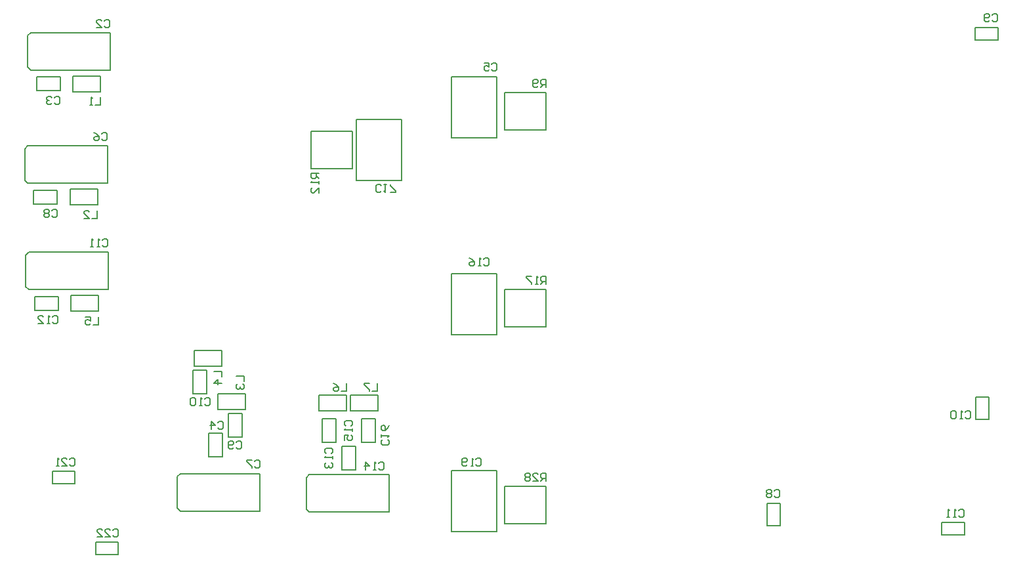
<source format=gbo>
%FSAX44Y44*%
%MOMM*%
G71*
G01*
G75*
G04 Layer_Color=32896*
%ADD10R,2.0000X2.0000*%
%ADD11R,0.9652X0.8128*%
%ADD12R,9.8000X10.7000*%
%ADD13R,4.1000X1.1000*%
%ADD14R,0.2500X0.6000*%
%ADD15R,0.6000X0.2500*%
%ADD16R,3.1000X3.1000*%
%ADD17R,0.8000X0.8000*%
%ADD18O,0.2500X0.7000*%
%ADD19O,0.7000X0.2500*%
%ADD20R,1.5000X1.5000*%
%ADD21R,1.5000X0.2500*%
%ADD22R,0.8128X0.9652*%
%ADD23R,0.8128X0.9652*%
%ADD24R,4.0000X2.3000*%
%ADD25R,3.5560X0.6350*%
%ADD26R,2.7940X0.6350*%
%ADD27R,10.1600X10.1600*%
%ADD28R,2.8000X2.0000*%
%ADD29C,0.2032*%
%ADD30C,1.2700*%
%ADD31C,0.5080*%
%ADD32C,0.2540*%
%ADD33R,0.9652X0.8128*%
%ADD34R,2.6000X2.6000*%
%ADD35O,0.2000X0.8000*%
%ADD36O,0.8000X0.2000*%
%ADD37R,3.0000X3.0000*%
%ADD38O,2.5000X0.7000*%
%ADD39O,0.9500X0.9652*%
%ADD40C,1.7526*%
%ADD41C,0.9500*%
%ADD42C,1.5000*%
%ADD43R,1.5000X1.5000*%
%ADD44C,1.2954*%
%ADD45C,1.9050*%
%ADD46C,1.5000*%
%ADD47C,2.6500*%
%ADD48R,1.5000X1.5000*%
%ADD49C,2.9500*%
%ADD50C,0.7500*%
%ADD51C,0.8890*%
%ADD52C,1.0160*%
%ADD53R,1.6510X1.6510*%
%ADD54R,3.0480X3.0480*%
%ADD55C,1.3128*%
%ADD56C,1.9128*%
%ADD57C,1.7128*%
%ADD58C,1.4732*%
%ADD59C,2.0320*%
%ADD60C,1.7128*%
%ADD61C,2.4128*%
%ADD62C,4.0628*%
G04:AMPARAMS|DCode=63|XSize=2.678mm|YSize=2.678mm|CornerRadius=0mm|HoleSize=0mm|Usage=FLASHONLY|Rotation=0.000|XOffset=0mm|YOffset=0mm|HoleType=Round|Shape=Relief|Width=0.381mm|Gap=0.381mm|Entries=4|*
%AMTHD63*
7,0,0,2.6780,1.9160,0.3810,45*
%
%ADD63THD63*%
%ADD64C,1.1128*%
G04:AMPARAMS|DCode=65|XSize=2.1082mm|YSize=2.1082mm|CornerRadius=0mm|HoleSize=0mm|Usage=FLASHONLY|Rotation=0.000|XOffset=0mm|YOffset=0mm|HoleType=Round|Shape=Relief|Width=0.381mm|Gap=0.381mm|Entries=4|*
%AMTHD65*
7,0,0,2.1082,1.3462,0.3810,45*
%
%ADD65THD65*%
%ADD66C,1.1430*%
G04:AMPARAMS|DCode=67|XSize=2.878mm|YSize=2.878mm|CornerRadius=0mm|HoleSize=0mm|Usage=FLASHONLY|Rotation=0.000|XOffset=0mm|YOffset=0mm|HoleType=Round|Shape=Relief|Width=0.381mm|Gap=0.381mm|Entries=4|*
%AMTHD67*
7,0,0,2.8780,2.1160,0.3810,45*
%
%ADD67THD67*%
G04:AMPARAMS|DCode=68|XSize=2.278mm|YSize=2.278mm|CornerRadius=0mm|HoleSize=0mm|Usage=FLASHONLY|Rotation=0.000|XOffset=0mm|YOffset=0mm|HoleType=Round|Shape=Relief|Width=0.381mm|Gap=0.381mm|Entries=4|*
%AMTHD68*
7,0,0,2.2780,1.5160,0.3810,45*
%
%ADD68THD68*%
G04:AMPARAMS|DCode=69|XSize=2.4384mm|YSize=2.4384mm|CornerRadius=0mm|HoleSize=0mm|Usage=FLASHONLY|Rotation=0.000|XOffset=0mm|YOffset=0mm|HoleType=Round|Shape=Relief|Width=0.381mm|Gap=0.381mm|Entries=4|*
%AMTHD69*
7,0,0,2.4384,1.6764,0.3810,45*
%
%ADD69THD69*%
G04:AMPARAMS|DCode=70|XSize=2.9972mm|YSize=2.9972mm|CornerRadius=0mm|HoleSize=0mm|Usage=FLASHONLY|Rotation=0.000|XOffset=0mm|YOffset=0mm|HoleType=Round|Shape=Relief|Width=0.381mm|Gap=0.381mm|Entries=4|*
%AMTHD70*
7,0,0,2.9972,2.2352,0.3810,45*
%
%ADD70THD70*%
%ADD71R,2.3000X4.0000*%
%ADD72R,0.8128X1.2700*%
%ADD73R,5.1000X1.5000*%
%ADD74R,4.5000X1.0000*%
%ADD75C,0.2500*%
%ADD76C,0.2000*%
%ADD77C,0.1270*%
%ADD78C,0.1524*%
%ADD79R,9.0000X10.9000*%
%ADD80R,0.4000X3.3000*%
%ADD81R,3.3000X0.4000*%
%ADD82R,3.3000X0.3500*%
%ADD83R,0.3500X3.3000*%
%ADD84R,1.0000X0.2000*%
%ADD85R,0.2000X1.0000*%
%ADD86R,1.7000X0.1750*%
%ADD87R,0.1750X1.7000*%
%ADD88R,1.7000X0.1500*%
%ADD89R,0.1500X1.7000*%
%ADD90R,2.8000X0.6000*%
%ADD91R,0.6000X2.8000*%
%ADD92R,2.8000X0.4000*%
%ADD93R,0.4000X2.8000*%
%ADD94R,0.4000X3.2000*%
%ADD95R,3.2000X0.4000*%
%ADD96R,3.2000X0.3000*%
%ADD97R,0.3000X3.2000*%
%ADD98R,2.1500X2.1500*%
%ADD99R,1.1152X0.9628*%
%ADD100R,4.2500X1.2500*%
%ADD101R,0.4000X0.7500*%
%ADD102R,0.7500X0.4000*%
%ADD103O,0.4000X0.8500*%
%ADD104O,0.8500X0.4000*%
%ADD105R,1.6500X0.4000*%
%ADD106R,0.9628X1.1152*%
%ADD107R,0.9628X1.1152*%
%ADD108R,4.1500X2.4500*%
%ADD109R,3.7060X0.7850*%
%ADD110R,2.9440X0.7850*%
%ADD111R,10.3100X10.3100*%
%ADD112R,2.9500X2.1500*%
%ADD113R,1.1152X0.9628*%
%ADD114O,0.3500X0.9500*%
%ADD115O,0.9500X0.3500*%
%ADD116O,2.6500X0.8500*%
%ADD117O,1.1000X1.1152*%
%ADD118C,1.9026*%
%ADD119C,1.1000*%
%ADD120R,1.6500X1.6500*%
%ADD121C,1.6500*%
%ADD122R,1.6500X1.6500*%
%ADD123C,1.4454*%
%ADD124C,2.0550*%
%ADD125C,1.6500*%
%ADD126C,2.8000*%
%ADD127R,1.6500X1.6500*%
%ADD128C,3.1000*%
%ADD129C,1.0390*%
%ADD130R,2.4500X4.1500*%
%ADD131R,0.9628X1.4200*%
%ADD132R,5.2500X1.6500*%
%ADD133R,4.6500X1.1500*%
D77*
X00480060Y00932180D02*
Y00980440D01*
X00377190Y00932180D02*
X00480060D01*
X00377190Y00980440D02*
X00480060D01*
X00373380Y00935990D02*
Y00976630D01*
Y00935990D02*
X00377190Y00932180D01*
X00373380Y00976630D02*
X00377190Y00980440D01*
X00369570Y00830580D02*
X00373380Y00834390D01*
X00369570Y00789940D02*
X00373380Y00786130D01*
X00369570Y00789940D02*
Y00830580D01*
X00373380Y00834390D02*
X00476250D01*
X00373380Y00786130D02*
X00476250D01*
Y00834390D01*
X00370840Y00693420D02*
X00374650Y00697230D01*
X00370840Y00652780D02*
X00374650Y00648970D01*
X00370840Y00652780D02*
Y00693420D01*
X00374650Y00697230D02*
X00477520D01*
X00374650Y00648970D02*
X00477520D01*
Y00697230D01*
X00566420Y00407670D02*
X00570230Y00411480D01*
X00566420Y00367030D02*
X00570230Y00363220D01*
X00566420Y00367030D02*
Y00407670D01*
X00570230Y00411480D02*
X00673100D01*
X00570230Y00363220D02*
X00673100D01*
Y00411480D01*
X00839470Y00361950D02*
Y00410210D01*
X00736600Y00361950D02*
X00839470D01*
X00736600Y00410210D02*
X00839470D01*
X00732790Y00365760D02*
Y00406400D01*
Y00365760D02*
X00736600Y00361950D01*
X00732790Y00406400D02*
X00736600Y00410210D01*
X00472527Y00995762D02*
X00474220Y00997455D01*
X00477605D01*
X00479298Y00995762D01*
Y00988991D01*
X00477605Y00987298D01*
X00474220D01*
X00472527Y00988991D01*
X00462370Y00987298D02*
X00469141D01*
X00462370Y00994069D01*
Y00995762D01*
X00464063Y00997455D01*
X00467449D01*
X00469141Y00995762D01*
X00408011Y00896702D02*
X00409704Y00898395D01*
X00413089D01*
X00414782Y00896702D01*
Y00889931D01*
X00413089Y00888238D01*
X00409704D01*
X00408011Y00889931D01*
X00404625Y00896702D02*
X00402933Y00898395D01*
X00399547D01*
X00397854Y00896702D01*
Y00895009D01*
X00399547Y00893316D01*
X00401240D01*
X00399547D01*
X00397854Y00891624D01*
Y00889931D01*
X00399547Y00888238D01*
X00402933D01*
X00404625Y00889931D01*
X00618577Y00477094D02*
X00620270Y00478787D01*
X00623655D01*
X00625348Y00477094D01*
Y00470323D01*
X00623655Y00468630D01*
X00620270D01*
X00618577Y00470323D01*
X00610113Y00468630D02*
Y00478787D01*
X00615191Y00473708D01*
X00608420D01*
X00468717Y00849712D02*
X00470410Y00851405D01*
X00473795D01*
X00475488Y00849712D01*
Y00842941D01*
X00473795Y00841248D01*
X00470410D01*
X00468717Y00842941D01*
X00458560Y00851405D02*
X00461946Y00849712D01*
X00465331Y00846326D01*
Y00842941D01*
X00463638Y00841248D01*
X00460253D01*
X00458560Y00842941D01*
Y00844634D01*
X00460253Y00846326D01*
X00465331D01*
X00665821Y00427056D02*
X00667514Y00428749D01*
X00670899D01*
X00672592Y00427056D01*
Y00420285D01*
X00670899Y00418592D01*
X00667514D01*
X00665821Y00420285D01*
X00662435Y00428749D02*
X00655664D01*
Y00427056D01*
X00662435Y00420285D01*
Y00418592D01*
X00404201Y00750652D02*
X00405894Y00752345D01*
X00409279D01*
X00410972Y00750652D01*
Y00743881D01*
X00409279Y00742188D01*
X00405894D01*
X00404201Y00743881D01*
X00400815Y00750652D02*
X00399123Y00752345D01*
X00395737D01*
X00394044Y00750652D01*
Y00748959D01*
X00395737Y00747266D01*
X00394044Y00745574D01*
Y00743881D01*
X00395737Y00742188D01*
X00399123D01*
X00400815Y00743881D01*
Y00745574D01*
X00399123Y00747266D01*
X00400815Y00748959D01*
Y00750652D01*
X00399123Y00747266D02*
X00395737D01*
X00642199Y00451694D02*
X00643892Y00453387D01*
X00647277D01*
X00648970Y00451694D01*
Y00444923D01*
X00647277Y00443230D01*
X00643892D01*
X00642199Y00444923D01*
X00638813D02*
X00637121Y00443230D01*
X00633735D01*
X00632042Y00444923D01*
Y00451694D01*
X00633735Y00453387D01*
X00637121D01*
X00638813Y00451694D01*
Y00450001D01*
X00637121Y00448308D01*
X00632042D01*
X00601559Y00507574D02*
X00603252Y00509267D01*
X00606637D01*
X00608330Y00507574D01*
Y00500803D01*
X00606637Y00499110D01*
X00603252D01*
X00601559Y00500803D01*
X00598173Y00499110D02*
X00594788D01*
X00596480D01*
Y00509267D01*
X00598173Y00507574D01*
X00589709D02*
X00588017Y00509267D01*
X00584631D01*
X00582938Y00507574D01*
Y00500803D01*
X00584631Y00499110D01*
X00588017D01*
X00589709Y00500803D01*
Y00507574D01*
X00469987Y00712552D02*
X00471680Y00714245D01*
X00475065D01*
X00476758Y00712552D01*
Y00705781D01*
X00475065Y00704088D01*
X00471680D01*
X00469987Y00705781D01*
X00466601Y00704088D02*
X00463216D01*
X00464908D01*
Y00714245D01*
X00466601Y00712552D01*
X00458137Y00704088D02*
X00454752D01*
X00456445D01*
Y00714245D01*
X00458137Y00712552D01*
X00405471Y00613492D02*
X00407164Y00615185D01*
X00410549D01*
X00412242Y00613492D01*
Y00606721D01*
X00410549Y00605028D01*
X00407164D01*
X00405471Y00606721D01*
X00402085Y00605028D02*
X00398700D01*
X00400392D01*
Y00615185D01*
X00402085Y00613492D01*
X00386850Y00605028D02*
X00393621D01*
X00386850Y00611799D01*
Y00613492D01*
X00388543Y00615185D01*
X00391929D01*
X00393621Y00613492D01*
X00758616Y00437729D02*
X00756923Y00439422D01*
Y00442807D01*
X00758616Y00444500D01*
X00765387D01*
X00767080Y00442807D01*
Y00439422D01*
X00765387Y00437729D01*
X00767080Y00434343D02*
Y00430958D01*
Y00432650D01*
X00756923D01*
X00758616Y00434343D01*
Y00425879D02*
X00756923Y00424187D01*
Y00420801D01*
X00758616Y00419108D01*
X00760309D01*
X00762002Y00420801D01*
Y00422494D01*
Y00420801D01*
X00763694Y00419108D01*
X00765387D01*
X00767080Y00420801D01*
Y00424187D01*
X00765387Y00425879D01*
X00826349Y00425024D02*
X00828042Y00426717D01*
X00831427D01*
X00833120Y00425024D01*
Y00418253D01*
X00831427Y00416560D01*
X00828042D01*
X00826349Y00418253D01*
X00822963Y00416560D02*
X00819578D01*
X00821271D01*
Y00426717D01*
X00822963Y00425024D01*
X00809421Y00416560D02*
Y00426717D01*
X00814499Y00421638D01*
X00807728D01*
X00784016Y00473289D02*
X00782323Y00474982D01*
Y00478367D01*
X00784016Y00480060D01*
X00790787D01*
X00792480Y00478367D01*
Y00474982D01*
X00790787Y00473289D01*
X00792480Y00469903D02*
Y00466518D01*
Y00468210D01*
X00782323D01*
X00784016Y00469903D01*
X00782323Y00454668D02*
Y00461439D01*
X00787402D01*
X00785709Y00458054D01*
Y00456361D01*
X00787402Y00454668D01*
X00790787D01*
X00792480Y00456361D01*
Y00459747D01*
X00790787Y00461439D01*
X00837774Y00455081D02*
X00839467Y00453388D01*
Y00450003D01*
X00837774Y00448310D01*
X00831003D01*
X00829310Y00450003D01*
Y00453388D01*
X00831003Y00455081D01*
X00829310Y00458467D02*
Y00461852D01*
Y00460159D01*
X00839467D01*
X00837774Y00458467D01*
X00839467Y00473702D02*
X00837774Y00470316D01*
X00834388Y00466931D01*
X00831003D01*
X00829310Y00468623D01*
Y00472009D01*
X00831003Y00473702D01*
X00832696D01*
X00834388Y00472009D01*
Y00466931D01*
X00829731Y00776396D02*
X00828038Y00774703D01*
X00824653D01*
X00822960Y00776396D01*
Y00783167D01*
X00824653Y00784860D01*
X00828038D01*
X00829731Y00783167D01*
X00833117Y00784860D02*
X00836502D01*
X00834809D01*
Y00774703D01*
X00833117Y00776396D01*
X00841581Y00774703D02*
X00848352D01*
Y00776396D01*
X00841581Y00783167D01*
Y00784860D01*
X00427061Y00430104D02*
X00428754Y00431797D01*
X00432139D01*
X00433832Y00430104D01*
Y00423333D01*
X00432139Y00421640D01*
X00428754D01*
X00427061Y00423333D01*
X00416904Y00421640D02*
X00423675D01*
X00416904Y00428411D01*
Y00430104D01*
X00418597Y00431797D01*
X00421982D01*
X00423675Y00430104D01*
X00413519Y00421640D02*
X00410133D01*
X00411826D01*
Y00431797D01*
X00413519Y00430104D01*
X00482941Y00338664D02*
X00484634Y00340357D01*
X00488019D01*
X00489712Y00338664D01*
Y00331893D01*
X00488019Y00330200D01*
X00484634D01*
X00482941Y00331893D01*
X00472784Y00330200D02*
X00479555D01*
X00472784Y00336971D01*
Y00338664D01*
X00474477Y00340357D01*
X00477863D01*
X00479555Y00338664D01*
X00462627Y00330200D02*
X00469399D01*
X00462627Y00336971D01*
Y00338664D01*
X00464320Y00340357D01*
X00467706D01*
X00469399Y00338664D01*
X00466852Y00897125D02*
Y00886968D01*
X00460081D01*
X00456695D02*
X00453310D01*
X00455003D01*
Y00897125D01*
X00456695Y00895432D01*
X00463042Y00751075D02*
Y00740918D01*
X00456271D01*
X00446114D02*
X00452885D01*
X00446114Y00747689D01*
Y00749382D01*
X00447807Y00751075D01*
X00451193D01*
X00452885Y00749382D01*
X00642623Y00537210D02*
X00652780D01*
Y00530439D01*
X00644316Y00527053D02*
X00642623Y00525360D01*
Y00521975D01*
X00644316Y00520282D01*
X00646009D01*
X00647702Y00521975D01*
Y00523668D01*
Y00521975D01*
X00649394Y00520282D01*
X00651087D01*
X00652780Y00521975D01*
Y00525360D01*
X00651087Y00527053D01*
X00613413Y00543560D02*
X00623570D01*
Y00536789D01*
Y00528325D02*
X00613413D01*
X00618492Y00533403D01*
Y00526632D01*
X00464312Y00613915D02*
Y00603758D01*
X00457541D01*
X00447384Y00613915D02*
X00454155D01*
Y00608836D01*
X00450770Y00610529D01*
X00449077D01*
X00447384Y00608836D01*
Y00605451D01*
X00449077Y00603758D01*
X00452463D01*
X00454155Y00605451D01*
X00784860Y00528317D02*
Y00518160D01*
X00778089D01*
X00767932Y00528317D02*
X00771318Y00526624D01*
X00774703Y00523238D01*
Y00519853D01*
X00773010Y00518160D01*
X00769625D01*
X00767932Y00519853D01*
Y00521546D01*
X00769625Y00523238D01*
X00774703D01*
X00824230Y00528317D02*
Y00518160D01*
X00817459D01*
X00814073Y00528317D02*
X00807302D01*
Y00526624D01*
X00814073Y00519853D01*
Y00518160D01*
X00749300Y00798830D02*
X00739143D01*
Y00793752D01*
X00740836Y00792059D01*
X00744222D01*
X00745914Y00793752D01*
Y00798830D01*
Y00795444D02*
X00749300Y00792059D01*
Y00788673D02*
Y00785288D01*
Y00786981D01*
X00739143D01*
X00740836Y00788673D01*
X00749300Y00773438D02*
Y00780209D01*
X00742529Y00773438D01*
X00740836D01*
X00739143Y00775131D01*
Y00778517D01*
X00740836Y00780209D01*
X01574821Y00364064D02*
X01576514Y00365757D01*
X01579899D01*
X01581592Y00364064D01*
Y00357293D01*
X01579899Y00355600D01*
X01576514D01*
X01574821Y00357293D01*
X01571435Y00355600D02*
X01568050D01*
X01569742D01*
Y00365757D01*
X01571435Y00364064D01*
X01562971Y00355600D02*
X01559586D01*
X01561279D01*
Y00365757D01*
X01562971Y00364064D01*
X01582949Y00491064D02*
X01584642Y00492757D01*
X01588027D01*
X01589720Y00491064D01*
Y00484293D01*
X01588027Y00482600D01*
X01584642D01*
X01582949Y00484293D01*
X01579563Y00482600D02*
X01576178D01*
X01577870D01*
Y00492757D01*
X01579563Y00491064D01*
X01571099D02*
X01569407Y00492757D01*
X01566021D01*
X01564328Y00491064D01*
Y00484293D01*
X01566021Y00482600D01*
X01569407D01*
X01571099Y00484293D01*
Y00491064D01*
X01618001Y01002874D02*
X01619694Y01004567D01*
X01623079D01*
X01624772Y01002874D01*
Y00996103D01*
X01623079Y00994410D01*
X01619694D01*
X01618001Y00996103D01*
X01614615D02*
X01612923Y00994410D01*
X01609537D01*
X01607844Y00996103D01*
Y01002874D01*
X01609537Y01004567D01*
X01612923D01*
X01614615Y01002874D01*
Y01001181D01*
X01612923Y00999488D01*
X01607844D01*
X01336569Y00388956D02*
X01338262Y00390649D01*
X01341647D01*
X01343340Y00388956D01*
Y00382185D01*
X01341647Y00380492D01*
X01338262D01*
X01336569Y00382185D01*
X01333183Y00388956D02*
X01331490Y00390649D01*
X01328105D01*
X01326412Y00388956D01*
Y00387263D01*
X01328105Y00385570D01*
X01326412Y00383878D01*
Y00382185D01*
X01328105Y00380492D01*
X01331490D01*
X01333183Y00382185D01*
Y00383878D01*
X01331490Y00385570D01*
X01333183Y00387263D01*
Y00388956D01*
X01331490Y00385570D02*
X01328105D01*
X00972079Y00939374D02*
X00973772Y00941067D01*
X00977157D01*
X00978850Y00939374D01*
Y00932603D01*
X00977157Y00930910D01*
X00973772D01*
X00972079Y00932603D01*
X00961922Y00941067D02*
X00968693D01*
Y00935988D01*
X00965308Y00937681D01*
X00963615D01*
X00961922Y00935988D01*
Y00932603D01*
X00963615Y00930910D01*
X00967001D01*
X00968693Y00932603D01*
X00961157Y00687914D02*
X00962850Y00689607D01*
X00966235D01*
X00967928Y00687914D01*
Y00681143D01*
X00966235Y00679450D01*
X00962850D01*
X00961157Y00681143D01*
X00957771Y00679450D02*
X00954386D01*
X00956078D01*
Y00689607D01*
X00957771Y00687914D01*
X00942536Y00689607D02*
X00945922Y00687914D01*
X00949307Y00684528D01*
Y00681143D01*
X00947615Y00679450D01*
X00944229D01*
X00942536Y00681143D01*
Y00682836D01*
X00944229Y00684528D01*
X00949307D01*
X00951759Y00430104D02*
X00953452Y00431797D01*
X00956837D01*
X00958530Y00430104D01*
Y00423333D01*
X00956837Y00421640D01*
X00953452D01*
X00951759Y00423333D01*
X00948373Y00421640D02*
X00944988D01*
X00946681D01*
Y00431797D01*
X00948373Y00430104D01*
X00939909Y00423333D02*
X00938217Y00421640D01*
X00934831D01*
X00933138Y00423333D01*
Y00430104D01*
X00934831Y00431797D01*
X00938217D01*
X00939909Y00430104D01*
Y00428411D01*
X00938217Y00426718D01*
X00933138D01*
X01041842Y00910082D02*
Y00920239D01*
X01036764D01*
X01035071Y00918546D01*
Y00915160D01*
X01036764Y00913468D01*
X01041842D01*
X01038456D02*
X01035071Y00910082D01*
X01031685Y00911775D02*
X01029993Y00910082D01*
X01026607D01*
X01024914Y00911775D01*
Y00918546D01*
X01026607Y00920239D01*
X01029993D01*
X01031685Y00918546D01*
Y00916853D01*
X01029993Y00915160D01*
X01024914D01*
X01041842Y00656082D02*
Y00666239D01*
X01036764D01*
X01035071Y00664546D01*
Y00661160D01*
X01036764Y00659468D01*
X01041842D01*
X01038456D02*
X01035071Y00656082D01*
X01031685D02*
X01028300D01*
X01029993D01*
Y00666239D01*
X01031685Y00664546D01*
X01023221Y00666239D02*
X01016450D01*
Y00664546D01*
X01023221Y00657775D01*
Y00656082D01*
X01041842Y00402082D02*
Y00412239D01*
X01036764D01*
X01035071Y00410546D01*
Y00407160D01*
X01036764Y00405468D01*
X01041842D01*
X01038456D02*
X01035071Y00402082D01*
X01024914D02*
X01031685D01*
X01024914Y00408853D01*
Y00410546D01*
X01026607Y00412239D01*
X01029993D01*
X01031685Y00410546D01*
X01021529D02*
X01019836Y00412239D01*
X01016450D01*
X01014757Y00410546D01*
Y00408853D01*
X01016450Y00407160D01*
X01014757Y00405468D01*
Y00403775D01*
X01016450Y00402082D01*
X01019836D01*
X01021529Y00403775D01*
Y00405468D01*
X01019836Y00407160D01*
X01021529Y00408853D01*
Y00410546D01*
X01019836Y00407160D02*
X01016450D01*
D78*
X00467360Y00904240D02*
Y00924560D01*
X00431800D02*
X00467360D01*
X00431800Y00904240D02*
Y00924560D01*
Y00904240D02*
X00467360D01*
X00384810Y00905510D02*
X00415290D01*
X00384810D02*
Y00923290D01*
X00415290D01*
Y00905510D02*
Y00923290D01*
X00632460Y00458470D02*
Y00488950D01*
X00650240D01*
Y00458470D02*
Y00488950D01*
X00632460Y00458470D02*
X00650240D01*
X00607060Y00433070D02*
Y00463550D01*
X00624840D01*
Y00433070D02*
Y00463550D01*
X00607060Y00433070D02*
X00624840D01*
X00618490Y00514350D02*
X00654050D01*
Y00494030D02*
Y00514350D01*
X00618490Y00494030D02*
X00654050D01*
X00618490D02*
Y00514350D01*
X00588010Y00549910D02*
X00623570D01*
X00588010D02*
Y00570230D01*
X00623570D01*
Y00549910D02*
Y00570230D01*
X00797560Y00868680D02*
X00855980D01*
X00797560Y00789940D02*
Y00868680D01*
Y00789940D02*
X00855980D01*
Y00868680D01*
X00739140Y00853440D02*
X00792480D01*
X00739140Y00805180D02*
Y00853440D01*
Y00805180D02*
X00792480D01*
Y00853440D01*
X00429260Y00621030D02*
X00464820D01*
X00429260D02*
Y00641350D01*
X00464820D01*
Y00621030D02*
Y00641350D01*
X00382270Y00622300D02*
X00412750D01*
X00382270D02*
Y00640080D01*
X00412750D01*
Y00622300D02*
Y00640080D01*
X00427990Y00758190D02*
X00463550D01*
X00427990D02*
Y00778510D01*
X00463550D01*
Y00758190D02*
Y00778510D01*
X00381000Y00759460D02*
X00411480D01*
X00381000D02*
Y00777240D01*
X00411480D01*
Y00759460D02*
Y00777240D01*
X00586740Y00514350D02*
Y00544830D01*
X00604520D01*
Y00514350D02*
Y00544830D01*
X00586740Y00514350D02*
X00604520D01*
X00753110Y00452120D02*
X00770890D01*
Y00482600D01*
X00753110D02*
X00770890D01*
X00753110Y00452120D02*
Y00482600D01*
X00803910Y00452120D02*
X00821690D01*
Y00482600D01*
X00803910D02*
X00821690D01*
X00803910Y00452120D02*
Y00482600D01*
X00778510Y00416560D02*
X00796290D01*
Y00447040D01*
X00778510D02*
X00796290D01*
X00778510Y00416560D02*
Y00447040D01*
X00789940Y00492760D02*
Y00513080D01*
Y00492760D02*
X00825500D01*
Y00513080D01*
X00789940D02*
X00825500D01*
X00784860Y00492760D02*
Y00513080D01*
X00749300D02*
X00784860D01*
X00749300Y00492760D02*
Y00513080D01*
Y00492760D02*
X00784860D01*
X00405003Y00398145D02*
X00434213D01*
X00405003D02*
Y00414528D01*
X00434213D01*
Y00398145D02*
Y00414528D01*
X00460883Y00306705D02*
X00490093D01*
X00460883D02*
Y00323088D01*
X00490093D01*
Y00306705D02*
Y00323088D01*
X00920430Y00336550D02*
Y00415290D01*
X00978850D01*
Y00336550D02*
Y00415290D01*
X00920430Y00336550D02*
X00978850D01*
X00920430Y00590550D02*
Y00669290D01*
X00978850D01*
Y00590550D02*
Y00669290D01*
X00920430Y00590550D02*
X00978850D01*
X00920430Y00844550D02*
Y00923290D01*
X00978850D01*
Y00844550D02*
Y00923290D01*
X00920430Y00844550D02*
X00978850D01*
X01596832Y00510413D02*
X01613215D01*
X01596832Y00481203D02*
Y00510413D01*
Y00481203D02*
X01613215D01*
Y00510413D01*
X01327592Y00373253D02*
X01343975D01*
X01327592Y00344043D02*
Y00373253D01*
Y00344043D02*
X01343975D01*
Y00373253D01*
X01625153Y00970915D02*
Y00987298D01*
X01595943D02*
X01625153D01*
X01595943Y00970915D02*
Y00987298D01*
Y00970915D02*
X01625153D01*
X01581973Y00332105D02*
Y00348488D01*
X01552763D02*
X01581973D01*
X01552763Y00332105D02*
Y00348488D01*
Y00332105D02*
X01581973D01*
X00989010Y00346710D02*
X01042350D01*
Y00394970D01*
X00989010D02*
X01042350D01*
X00989010Y00346710D02*
Y00394970D01*
Y00600710D02*
X01042350D01*
Y00648970D01*
X00989010D02*
X01042350D01*
X00989010Y00600710D02*
Y00648970D01*
Y00854710D02*
X01042350D01*
Y00902970D01*
X00989010D02*
X01042350D01*
X00989010Y00854710D02*
Y00902970D01*
M02*

</source>
